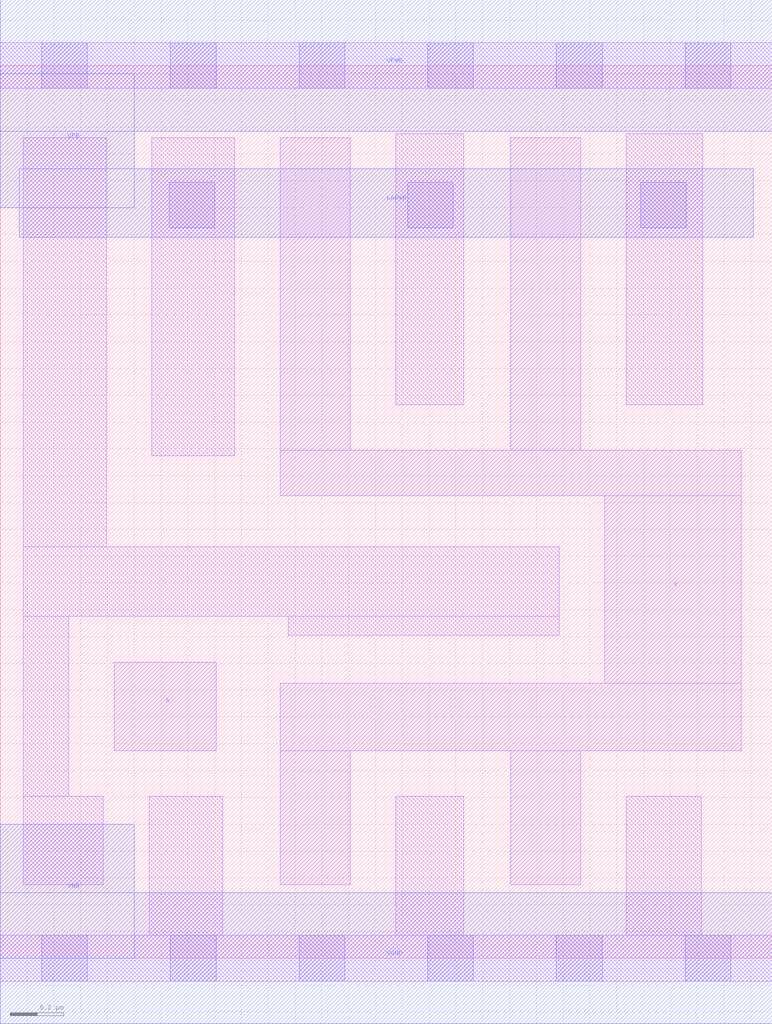
<source format=lef>
# Copyright 2020 The SkyWater PDK Authors
#
# Licensed under the Apache License, Version 2.0 (the "License");
# you may not use this file except in compliance with the License.
# You may obtain a copy of the License at
#
#     https://www.apache.org/licenses/LICENSE-2.0
#
# Unless required by applicable law or agreed to in writing, software
# distributed under the License is distributed on an "AS IS" BASIS,
# WITHOUT WARRANTIES OR CONDITIONS OF ANY KIND, either express or implied.
# See the License for the specific language governing permissions and
# limitations under the License.
#
# SPDX-License-Identifier: Apache-2.0

VERSION 5.5 ;
NAMESCASESENSITIVE ON ;
BUSBITCHARS "[]" ;
DIVIDERCHAR "/" ;
MACRO sky130_fd_sc_lp__bufkapwr_4
  CLASS CORE ;
  SOURCE USER ;
  ORIGIN  0.000000  0.000000 ;
  SIZE  2.880000 BY  3.330000 ;
  SYMMETRY X Y ;
  SITE unit ;
  PIN A
    ANTENNAGATEAREA  0.252000 ;
    DIRECTION INPUT ;
    USE SIGNAL ;
    PORT
      LAYER li1 ;
        RECT 0.425000 0.775000 0.805000 1.105000 ;
    END
  END A
  PIN X
    ANTENNADIFFAREA  0.940800 ;
    DIRECTION OUTPUT ;
    USE SIGNAL ;
    PORT
      LAYER li1 ;
        RECT 1.045000 0.275000 1.305000 0.775000 ;
        RECT 1.045000 0.775000 2.765000 1.025000 ;
        RECT 1.045000 1.725000 2.765000 1.895000 ;
        RECT 1.045000 1.895000 1.305000 3.060000 ;
        RECT 1.905000 0.275000 2.165000 0.775000 ;
        RECT 1.905000 1.895000 2.165000 3.060000 ;
        RECT 2.255000 1.025000 2.765000 1.725000 ;
    END
  END X
  PIN KAPWR
    DIRECTION INOUT ;
    USE POWER ;
    PORT
      LAYER met1 ;
        RECT 0.070000 2.690000 2.810000 2.945000 ;
    END
  END KAPWR
  PIN VGND
    DIRECTION INOUT ;
    USE GROUND ;
    PORT
      LAYER met1 ;
        RECT 0.000000 -0.245000 2.880000 0.245000 ;
    END
  END VGND
  PIN VNB
    DIRECTION INOUT ;
    USE GROUND ;
    PORT
      LAYER met1 ;
        RECT 0.000000 0.000000 0.500000 0.500000 ;
    END
  END VNB
  PIN VPB
    DIRECTION INOUT ;
    USE POWER ;
    PORT
      LAYER met1 ;
        RECT 0.000000 2.800000 0.500000 3.300000 ;
    END
  END VPB
  PIN VPWR
    DIRECTION INOUT ;
    USE POWER ;
    PORT
      LAYER met1 ;
        RECT 0.000000 3.085000 2.880000 3.575000 ;
    END
  END VPWR
  OBS
    LAYER li1 ;
      RECT 0.000000 -0.085000 2.880000 0.085000 ;
      RECT 0.000000  3.245000 2.880000 3.415000 ;
      RECT 0.085000  0.275000 0.385000 0.605000 ;
      RECT 0.085000  0.605000 0.255000 1.275000 ;
      RECT 0.085000  1.275000 2.085000 1.535000 ;
      RECT 0.085000  1.535000 0.395000 3.060000 ;
      RECT 0.555000  0.085000 0.830000 0.605000 ;
      RECT 0.565000  1.875000 0.875000 3.060000 ;
      RECT 1.075000  1.205000 2.085000 1.275000 ;
      RECT 1.475000  0.085000 1.730000 0.605000 ;
      RECT 1.475000  2.065000 1.730000 3.075000 ;
      RECT 2.335000  0.085000 2.615000 0.605000 ;
      RECT 2.335000  2.065000 2.620000 3.075000 ;
    LAYER mcon ;
      RECT 0.155000 -0.085000 0.325000 0.085000 ;
      RECT 0.155000  3.245000 0.325000 3.415000 ;
      RECT 0.630000  2.725000 0.800000 2.895000 ;
      RECT 0.635000 -0.085000 0.805000 0.085000 ;
      RECT 0.635000  3.245000 0.805000 3.415000 ;
      RECT 1.115000 -0.085000 1.285000 0.085000 ;
      RECT 1.115000  3.245000 1.285000 3.415000 ;
      RECT 1.520000  2.725000 1.690000 2.895000 ;
      RECT 1.595000 -0.085000 1.765000 0.085000 ;
      RECT 1.595000  3.245000 1.765000 3.415000 ;
      RECT 2.075000 -0.085000 2.245000 0.085000 ;
      RECT 2.075000  3.245000 2.245000 3.415000 ;
      RECT 2.390000  2.725000 2.560000 2.895000 ;
      RECT 2.555000 -0.085000 2.725000 0.085000 ;
      RECT 2.555000  3.245000 2.725000 3.415000 ;
  END
END sky130_fd_sc_lp__bufkapwr_4

</source>
